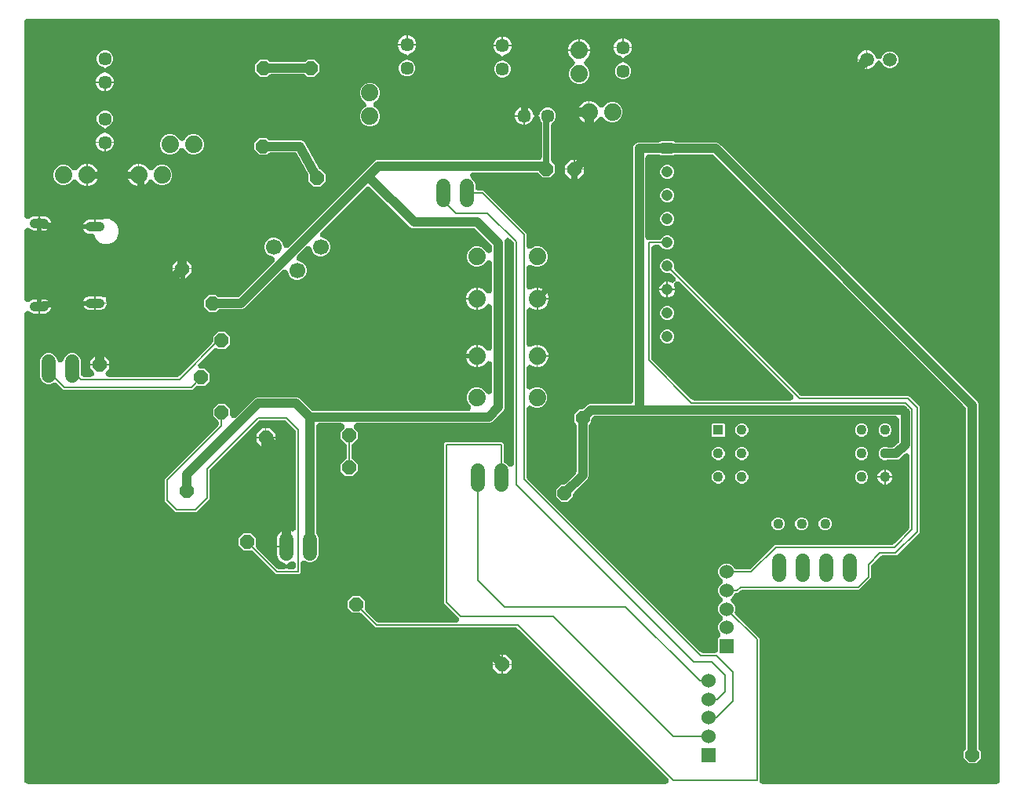
<source format=gbr>
G04 EAGLE Gerber RS-274X export*
G75*
%MOMM*%
%FSLAX34Y34*%
%LPD*%
%INBottom Copper*%
%IPPOS*%
%AMOC8*
5,1,8,0,0,1.08239X$1,22.5*%
G01*
G04 Define Apertures*
%ADD10C,1.700000*%
%ADD11R,1.208000X1.208000*%
%ADD12C,1.208000*%
%ADD13R,1.108000X1.108000*%
%ADD14C,1.108000*%
%ADD15C,1.008000*%
%ADD16C,1.879600*%
%ADD17P,1.64956X8X22.5*%
%ADD18C,1.524000*%
%ADD19R,1.524000X1.524000*%
%ADD20C,1.524000*%
%ADD21C,1.450000*%
%ADD22C,1.508000*%
%ADD23C,1.000000*%
%ADD24C,0.500000*%
%ADD25C,0.750000*%
%ADD26C,0.700000*%
%ADD27C,0.203200*%
G36*
X610157Y483957D02*
X608695Y483660D01*
X-79090Y483660D01*
X-80442Y483912D01*
X-81699Y484716D01*
X-82543Y485947D01*
X-82840Y487410D01*
X-82840Y990666D01*
X-82609Y991962D01*
X-81825Y993232D01*
X-80608Y994095D01*
X-79150Y994415D01*
X-77683Y994142D01*
X-76438Y993318D01*
X-75838Y992717D01*
X-73052Y991563D01*
X-67266Y991563D01*
X-67266Y1006723D01*
X-73052Y1006723D01*
X-75838Y1005569D01*
X-76438Y1004969D01*
X-77518Y1004216D01*
X-78970Y1003873D01*
X-80442Y1004123D01*
X-81699Y1004927D01*
X-82543Y1006158D01*
X-82840Y1007621D01*
X-82840Y1080466D01*
X-82609Y1081762D01*
X-81825Y1083032D01*
X-80608Y1083895D01*
X-79150Y1084215D01*
X-77683Y1083942D01*
X-76438Y1083118D01*
X-75838Y1082517D01*
X-73052Y1081363D01*
X-67266Y1081363D01*
X-67266Y1096523D01*
X-73052Y1096523D01*
X-75838Y1095369D01*
X-76438Y1094769D01*
X-77518Y1094016D01*
X-78970Y1093673D01*
X-80442Y1093923D01*
X-81699Y1094727D01*
X-82543Y1095958D01*
X-82840Y1097421D01*
X-82840Y1306090D01*
X-82588Y1307442D01*
X-81784Y1308699D01*
X-80553Y1309543D01*
X-79090Y1309840D01*
X966090Y1309840D01*
X967442Y1309588D01*
X968699Y1308784D01*
X969543Y1307553D01*
X969840Y1306090D01*
X969840Y487410D01*
X969588Y486058D01*
X968784Y484801D01*
X967553Y483957D01*
X966090Y483660D01*
X713790Y483660D01*
X712438Y483912D01*
X711181Y484716D01*
X710337Y485947D01*
X710040Y487410D01*
X710040Y640505D01*
X709653Y641439D01*
X684822Y666270D01*
X684033Y667431D01*
X683724Y668892D01*
X684010Y670357D01*
X684144Y670681D01*
X684144Y674319D01*
X682752Y677680D01*
X680583Y679848D01*
X679806Y680983D01*
X679485Y682440D01*
X679759Y683907D01*
X680583Y685152D01*
X682752Y687320D01*
X682886Y687645D01*
X683657Y688819D01*
X684888Y689663D01*
X686351Y689960D01*
X686505Y689960D01*
X687439Y690347D01*
X689674Y692582D01*
X690863Y693383D01*
X692325Y693680D01*
X817414Y693680D01*
X818347Y694067D01*
X830013Y705733D01*
X830400Y706666D01*
X830400Y717943D01*
X830674Y719350D01*
X831498Y720595D01*
X840045Y729142D01*
X841234Y729943D01*
X842697Y730240D01*
X857785Y730240D01*
X858719Y730627D01*
X882749Y754657D01*
X883136Y755591D01*
X883136Y890101D01*
X882749Y891035D01*
X872035Y901749D01*
X871101Y902136D01*
X756509Y902136D01*
X755102Y902410D01*
X753858Y903234D01*
X619413Y1037679D01*
X618624Y1038840D01*
X618315Y1040300D01*
X618364Y1040552D01*
X618364Y1044205D01*
X617212Y1046985D01*
X615085Y1049112D01*
X612305Y1050264D01*
X609295Y1050264D01*
X606515Y1049112D01*
X604388Y1046985D01*
X603236Y1044205D01*
X603236Y1041195D01*
X604388Y1038415D01*
X606515Y1036288D01*
X609295Y1035136D01*
X612874Y1035136D01*
X613110Y1035185D01*
X614577Y1034911D01*
X615821Y1034087D01*
X618844Y1031064D01*
X619584Y1030011D01*
X619939Y1028562D01*
X619701Y1027089D01*
X618907Y1025825D01*
X617682Y1024971D01*
X616222Y1024663D01*
X614757Y1024948D01*
X612507Y1025880D01*
X611562Y1025880D01*
X611562Y1018062D01*
X619380Y1018062D01*
X619380Y1019007D01*
X618448Y1021257D01*
X618167Y1022513D01*
X618393Y1023988D01*
X619178Y1025258D01*
X620395Y1026121D01*
X621853Y1026442D01*
X623320Y1026168D01*
X624564Y1025344D01*
X745926Y903982D01*
X746679Y902902D01*
X747023Y901450D01*
X746772Y899978D01*
X745968Y898721D01*
X744737Y897877D01*
X743275Y897580D01*
X639731Y897580D01*
X638324Y897854D01*
X637080Y898678D01*
X594638Y941120D01*
X593837Y942309D01*
X593540Y943771D01*
X593540Y1061810D01*
X593792Y1063162D01*
X594596Y1064419D01*
X595827Y1065263D01*
X597290Y1065560D01*
X601159Y1065560D01*
X602539Y1065297D01*
X603789Y1064483D01*
X603933Y1064270D01*
X606515Y1061688D01*
X609295Y1060536D01*
X612305Y1060536D01*
X615085Y1061688D01*
X617212Y1063815D01*
X618364Y1066595D01*
X618364Y1069605D01*
X617212Y1072385D01*
X615085Y1074512D01*
X612305Y1075664D01*
X609295Y1075664D01*
X606515Y1074512D01*
X603985Y1071982D01*
X603853Y1071781D01*
X602622Y1070937D01*
X601159Y1070640D01*
X590774Y1070640D01*
X589422Y1070892D01*
X588165Y1071696D01*
X587321Y1072927D01*
X587024Y1074390D01*
X587024Y1159426D01*
X587276Y1160778D01*
X588080Y1162035D01*
X589311Y1162879D01*
X590774Y1163176D01*
X601535Y1163176D01*
X602943Y1162902D01*
X604099Y1162136D01*
X617499Y1162136D01*
X618602Y1162879D01*
X620065Y1163176D01*
X658544Y1163176D01*
X659952Y1162902D01*
X661196Y1162078D01*
X932378Y890896D01*
X933179Y889707D01*
X933476Y888244D01*
X933476Y522961D01*
X933202Y521553D01*
X932378Y520309D01*
X930856Y518788D01*
X930856Y511212D01*
X936212Y505856D01*
X943788Y505856D01*
X949144Y511212D01*
X949144Y518788D01*
X947622Y520309D01*
X946821Y521498D01*
X946524Y522961D01*
X946524Y893798D01*
X945531Y896196D01*
X666496Y1175231D01*
X664098Y1176224D01*
X620065Y1176224D01*
X618657Y1176498D01*
X617501Y1177264D01*
X604101Y1177264D01*
X602998Y1176521D01*
X601535Y1176224D01*
X579202Y1176224D01*
X576804Y1175231D01*
X574969Y1173396D01*
X573976Y1170998D01*
X573976Y897774D01*
X573724Y896422D01*
X572920Y895165D01*
X571689Y894321D01*
X570226Y894024D01*
X527202Y894024D01*
X524804Y893031D01*
X520516Y888742D01*
X519327Y887941D01*
X517864Y887644D01*
X515712Y887644D01*
X510356Y882288D01*
X510356Y874712D01*
X511878Y873191D01*
X512679Y872002D01*
X512976Y870539D01*
X512976Y821256D01*
X512702Y819848D01*
X511878Y818604D01*
X501016Y807742D01*
X499827Y806941D01*
X498364Y806644D01*
X496212Y806644D01*
X490856Y801288D01*
X490856Y793712D01*
X496212Y788356D01*
X503788Y788356D01*
X509144Y793712D01*
X509144Y795864D01*
X509418Y797272D01*
X510242Y798516D01*
X525031Y813304D01*
X526024Y815702D01*
X526024Y870539D01*
X526298Y871947D01*
X527122Y873191D01*
X528644Y874712D01*
X528644Y876864D01*
X528918Y878272D01*
X529742Y879516D01*
X530104Y879878D01*
X531293Y880679D01*
X532756Y880976D01*
X857226Y880976D01*
X858578Y880724D01*
X859835Y879920D01*
X860679Y878689D01*
X860976Y877226D01*
X860976Y854256D01*
X860702Y852848D01*
X859878Y851604D01*
X856296Y848022D01*
X855107Y847221D01*
X853644Y846924D01*
X849255Y846924D01*
X847820Y847209D01*
X847205Y847464D01*
X844395Y847464D01*
X841799Y846389D01*
X839811Y844401D01*
X838736Y841805D01*
X838736Y838995D01*
X839811Y836399D01*
X841799Y834411D01*
X844395Y833336D01*
X847205Y833336D01*
X847820Y833591D01*
X849255Y833876D01*
X859198Y833876D01*
X861596Y834869D01*
X866098Y839372D01*
X867178Y840125D01*
X868630Y840468D01*
X870102Y840218D01*
X871359Y839414D01*
X872203Y838183D01*
X872500Y836720D01*
X872500Y761174D01*
X872226Y759767D01*
X871402Y758523D01*
X855853Y742974D01*
X854664Y742173D01*
X853202Y741876D01*
X727742Y741876D01*
X726809Y741489D01*
X701458Y716138D01*
X700269Y715337D01*
X698806Y715040D01*
X686351Y715040D01*
X684971Y715303D01*
X683721Y716117D01*
X682886Y717355D01*
X682752Y717680D01*
X680180Y720252D01*
X676819Y721644D01*
X673181Y721644D01*
X669820Y720252D01*
X667248Y717680D01*
X665856Y714319D01*
X665856Y710681D01*
X667248Y707320D01*
X669417Y705152D01*
X670194Y704018D01*
X670515Y702560D01*
X670241Y701093D01*
X669417Y699848D01*
X667248Y697680D01*
X665856Y694319D01*
X665856Y690681D01*
X667248Y687320D01*
X669417Y685152D01*
X670194Y684018D01*
X670515Y682560D01*
X670241Y681093D01*
X669417Y679848D01*
X667248Y677680D01*
X665856Y674319D01*
X665856Y670681D01*
X667248Y667320D01*
X669417Y665152D01*
X670194Y664018D01*
X670515Y662560D01*
X670241Y661093D01*
X669417Y659848D01*
X667248Y657680D01*
X665856Y654319D01*
X665856Y650681D01*
X667278Y647247D01*
X667963Y646249D01*
X668283Y644792D01*
X668009Y643324D01*
X667185Y642080D01*
X665856Y640751D01*
X665856Y628790D01*
X665604Y627438D01*
X664800Y626181D01*
X663569Y625337D01*
X662106Y625040D01*
X649105Y625040D01*
X647698Y625314D01*
X646454Y626138D01*
X459638Y812954D01*
X458837Y814143D01*
X458540Y815605D01*
X458540Y888177D01*
X458781Y889501D01*
X459576Y890765D01*
X460800Y891619D01*
X462260Y891927D01*
X463725Y891642D01*
X468240Y889772D01*
X472584Y889772D01*
X476599Y891435D01*
X479671Y894507D01*
X481334Y898522D01*
X481334Y902866D01*
X479671Y906881D01*
X476599Y909953D01*
X472584Y911616D01*
X468240Y911616D01*
X463725Y909746D01*
X462410Y909463D01*
X460938Y909713D01*
X459681Y910517D01*
X458837Y911748D01*
X458540Y913211D01*
X458540Y932290D01*
X458781Y933614D01*
X459576Y934877D01*
X460800Y935731D01*
X462260Y936040D01*
X463725Y935754D01*
X468037Y933968D01*
X469650Y933968D01*
X469650Y957844D01*
X468037Y957844D01*
X463725Y956058D01*
X462410Y955774D01*
X460938Y956024D01*
X459681Y956829D01*
X458837Y958060D01*
X458540Y959522D01*
X458540Y994119D01*
X458781Y995443D01*
X459576Y996707D01*
X460800Y997560D01*
X462260Y997869D01*
X463725Y997584D01*
X468137Y995756D01*
X469750Y995756D01*
X469750Y1019632D01*
X468137Y1019632D01*
X463725Y1017804D01*
X462410Y1017521D01*
X460938Y1017771D01*
X459681Y1018575D01*
X458837Y1019806D01*
X458540Y1021269D01*
X458540Y1040431D01*
X458781Y1041755D01*
X459576Y1043018D01*
X460800Y1043872D01*
X462260Y1044181D01*
X463725Y1043895D01*
X468340Y1041984D01*
X472684Y1041984D01*
X476699Y1043647D01*
X479771Y1046719D01*
X481434Y1050734D01*
X481434Y1055078D01*
X479771Y1059093D01*
X476699Y1062165D01*
X472684Y1063828D01*
X468340Y1063828D01*
X463725Y1061917D01*
X462410Y1061633D01*
X460938Y1061883D01*
X459681Y1062688D01*
X458837Y1063919D01*
X458540Y1065381D01*
X458540Y1077505D01*
X458153Y1078439D01*
X412939Y1123653D01*
X412005Y1124040D01*
X407594Y1124040D01*
X406242Y1124292D01*
X404985Y1125096D01*
X404141Y1126327D01*
X403844Y1127790D01*
X403844Y1130939D01*
X402452Y1134300D01*
X399542Y1137209D01*
X399354Y1137329D01*
X398471Y1138532D01*
X398128Y1139984D01*
X398378Y1141456D01*
X399182Y1142713D01*
X400413Y1143557D01*
X401876Y1143854D01*
X469661Y1143854D01*
X471069Y1143580D01*
X472313Y1142756D01*
X476712Y1138356D01*
X484288Y1138356D01*
X489644Y1143712D01*
X489644Y1151288D01*
X486622Y1154309D01*
X485821Y1155498D01*
X485524Y1156961D01*
X485524Y1194862D01*
X485798Y1196270D01*
X486622Y1197514D01*
X489138Y1200030D01*
X490474Y1203255D01*
X490474Y1206745D01*
X489138Y1209970D01*
X486670Y1212438D01*
X483445Y1213774D01*
X479955Y1213774D01*
X476730Y1212438D01*
X474262Y1209970D01*
X473014Y1206959D01*
X472305Y1205850D01*
X471101Y1204981D01*
X472180Y1204279D01*
X473014Y1203041D01*
X474262Y1200030D01*
X474378Y1199914D01*
X475179Y1198725D01*
X475476Y1197262D01*
X475476Y1160652D01*
X475224Y1159300D01*
X474420Y1158043D01*
X473189Y1157199D01*
X471726Y1156902D01*
X297327Y1156902D01*
X294929Y1155909D01*
X281870Y1142850D01*
X281785Y1142723D01*
X202526Y1063464D01*
X201446Y1062711D01*
X199994Y1062367D01*
X198522Y1062617D01*
X197265Y1063422D01*
X196421Y1064653D01*
X196410Y1064705D01*
X196409Y1064705D01*
X194598Y1069078D01*
X191778Y1071898D01*
X188094Y1073424D01*
X184106Y1073424D01*
X180422Y1071898D01*
X177602Y1069078D01*
X176076Y1065394D01*
X176076Y1061406D01*
X177602Y1057722D01*
X180422Y1054902D01*
X184651Y1053150D01*
X184681Y1053145D01*
X184715Y1053124D01*
X184795Y1053091D01*
X184790Y1053078D01*
X185951Y1052361D01*
X186814Y1051144D01*
X187134Y1049686D01*
X186861Y1048219D01*
X186036Y1046974D01*
X149184Y1010122D01*
X147995Y1009321D01*
X146533Y1009024D01*
X127961Y1009024D01*
X126553Y1009298D01*
X125309Y1010122D01*
X123788Y1011644D01*
X116212Y1011644D01*
X110856Y1006288D01*
X110856Y998712D01*
X116212Y993356D01*
X123788Y993356D01*
X125309Y994878D01*
X126498Y995679D01*
X127961Y995976D01*
X152086Y995976D01*
X154484Y996969D01*
X195178Y1037663D01*
X196284Y1038428D01*
X197740Y1038760D01*
X199209Y1038498D01*
X200460Y1037684D01*
X201294Y1036446D01*
X203002Y1032322D01*
X205822Y1029502D01*
X209506Y1027976D01*
X213494Y1027976D01*
X217178Y1029502D01*
X219998Y1032322D01*
X221524Y1036006D01*
X221524Y1039994D01*
X219998Y1043678D01*
X217178Y1046498D01*
X213054Y1048206D01*
X211923Y1048936D01*
X211060Y1050153D01*
X210739Y1051611D01*
X211013Y1053078D01*
X211837Y1054323D01*
X220578Y1063063D01*
X221684Y1063828D01*
X223140Y1064160D01*
X224609Y1063898D01*
X225860Y1063084D01*
X226694Y1061846D01*
X228402Y1057722D01*
X231222Y1054902D01*
X234906Y1053376D01*
X238894Y1053376D01*
X242578Y1054902D01*
X245398Y1057722D01*
X246924Y1061406D01*
X246924Y1065394D01*
X245398Y1069078D01*
X242578Y1071898D01*
X238454Y1073606D01*
X237323Y1074336D01*
X236460Y1075553D01*
X236139Y1077011D01*
X236413Y1078478D01*
X237237Y1079723D01*
X285243Y1127728D01*
X286377Y1128505D01*
X287834Y1128826D01*
X289302Y1128552D01*
X290546Y1127728D01*
X333804Y1084469D01*
X336202Y1083476D01*
X401656Y1083476D01*
X403063Y1083202D01*
X404307Y1082378D01*
X420878Y1065807D01*
X421679Y1064618D01*
X421976Y1063156D01*
X421976Y1060494D01*
X421755Y1059226D01*
X420981Y1057950D01*
X419771Y1057077D01*
X418316Y1056745D01*
X416846Y1057007D01*
X415596Y1057821D01*
X414761Y1059058D01*
X414747Y1059093D01*
X411675Y1062165D01*
X407660Y1063828D01*
X403316Y1063828D01*
X399301Y1062165D01*
X396229Y1059093D01*
X394566Y1055078D01*
X394566Y1050734D01*
X396229Y1046719D01*
X399301Y1043647D01*
X403316Y1041984D01*
X407660Y1041984D01*
X411675Y1043647D01*
X414747Y1046719D01*
X414761Y1046754D01*
X415451Y1047840D01*
X416654Y1048723D01*
X418106Y1049067D01*
X419578Y1048816D01*
X420835Y1048012D01*
X421679Y1046781D01*
X421976Y1045318D01*
X421976Y1017142D01*
X421745Y1015846D01*
X420961Y1014576D01*
X419744Y1013713D01*
X418286Y1013393D01*
X416819Y1013666D01*
X415574Y1014491D01*
X412250Y1017815D01*
X407863Y1019632D01*
X406250Y1019632D01*
X406250Y995756D01*
X407863Y995756D01*
X412250Y997573D01*
X415574Y1000897D01*
X416654Y1001650D01*
X418106Y1001994D01*
X419578Y1001744D01*
X420835Y1000939D01*
X421679Y999708D01*
X421976Y998246D01*
X421976Y955254D01*
X421745Y953958D01*
X420961Y952688D01*
X419744Y951825D01*
X418286Y951505D01*
X416819Y951778D01*
X415574Y952603D01*
X412150Y956027D01*
X407763Y957844D01*
X406150Y957844D01*
X406150Y933968D01*
X407763Y933968D01*
X412150Y935785D01*
X415574Y939209D01*
X416654Y939962D01*
X418106Y940306D01*
X419578Y940056D01*
X420835Y939251D01*
X421679Y938020D01*
X421976Y936558D01*
X421976Y908040D01*
X421755Y906772D01*
X420981Y905496D01*
X419771Y904623D01*
X418316Y904291D01*
X416846Y904553D01*
X415596Y905367D01*
X414761Y906605D01*
X414647Y906881D01*
X411575Y909953D01*
X407560Y911616D01*
X403216Y911616D01*
X399201Y909953D01*
X396129Y906881D01*
X394466Y902866D01*
X394466Y898522D01*
X396129Y894507D01*
X397910Y892726D01*
X398663Y891646D01*
X399007Y890194D01*
X398757Y888722D01*
X397952Y887465D01*
X396721Y886621D01*
X395259Y886324D01*
X229456Y886324D01*
X228048Y886598D01*
X226804Y887422D01*
X214138Y900088D01*
X211740Y901081D01*
X168260Y901081D01*
X165862Y900088D01*
X145546Y879772D01*
X144466Y879019D01*
X143014Y878676D01*
X141542Y878926D01*
X140285Y879730D01*
X139441Y880961D01*
X139144Y882424D01*
X139144Y888788D01*
X133788Y894144D01*
X126212Y894144D01*
X120856Y888788D01*
X120856Y881212D01*
X126337Y875732D01*
X127114Y874598D01*
X127434Y873140D01*
X127161Y871673D01*
X126337Y870429D01*
X69347Y813439D01*
X68960Y812505D01*
X68960Y788995D01*
X69347Y788061D01*
X79561Y777847D01*
X80495Y777460D01*
X102514Y777460D01*
X103448Y777847D01*
X116247Y790646D01*
X116634Y791580D01*
X116634Y820825D01*
X116908Y822233D01*
X117732Y823477D01*
X169634Y875379D01*
X170823Y876180D01*
X172286Y876477D01*
X196877Y876477D01*
X198285Y876203D01*
X199529Y875379D01*
X208862Y866046D01*
X209663Y864857D01*
X209960Y863395D01*
X209960Y760021D01*
X209719Y758697D01*
X208924Y757433D01*
X207700Y756580D01*
X206240Y756271D01*
X204775Y756556D01*
X201821Y757780D01*
X200562Y757780D01*
X200562Y739238D01*
X189640Y739238D01*
X189640Y730359D01*
X191187Y726625D01*
X194045Y723767D01*
X197696Y722255D01*
X198782Y721565D01*
X199665Y720362D01*
X199792Y719828D01*
X199852Y720170D01*
X200667Y721420D01*
X201904Y722255D01*
X204775Y723444D01*
X206090Y723727D01*
X207562Y723477D01*
X208819Y722673D01*
X209663Y721442D01*
X209960Y719979D01*
X209960Y718790D01*
X209708Y717438D01*
X208904Y716181D01*
X207673Y715337D01*
X206210Y715040D01*
X203339Y715040D01*
X202072Y715261D01*
X200796Y716035D01*
X199922Y717245D01*
X199810Y717739D01*
X199758Y717438D01*
X198954Y716181D01*
X197723Y715337D01*
X196261Y715040D01*
X192605Y715040D01*
X191198Y715314D01*
X189954Y716138D01*
X167742Y738350D01*
X166941Y739539D01*
X166644Y741001D01*
X166644Y748788D01*
X161288Y754144D01*
X153712Y754144D01*
X148356Y748788D01*
X148356Y741212D01*
X153712Y735856D01*
X161499Y735856D01*
X162906Y735582D01*
X164150Y734758D01*
X188561Y710347D01*
X189495Y709960D01*
X213005Y709960D01*
X213939Y710347D01*
X214653Y711061D01*
X215040Y711995D01*
X215040Y721079D01*
X215281Y722403D01*
X216076Y723666D01*
X217300Y724520D01*
X218760Y724829D01*
X220225Y724543D01*
X223381Y723236D01*
X227019Y723236D01*
X230380Y724628D01*
X232952Y727200D01*
X234344Y730561D01*
X234344Y749439D01*
X232952Y752800D01*
X232822Y752929D01*
X232021Y754118D01*
X231724Y755581D01*
X231724Y869526D01*
X231976Y870878D01*
X232780Y872135D01*
X234011Y872979D01*
X235474Y873276D01*
X258791Y873276D01*
X260087Y873045D01*
X261357Y872261D01*
X262220Y871044D01*
X262541Y869586D01*
X262267Y868119D01*
X261443Y866874D01*
X258356Y863788D01*
X258356Y856212D01*
X263862Y850707D01*
X264663Y849518D01*
X264960Y848055D01*
X264960Y836945D01*
X264686Y835537D01*
X263862Y834293D01*
X258356Y828788D01*
X258356Y821212D01*
X263712Y815856D01*
X271288Y815856D01*
X276644Y821212D01*
X276644Y828788D01*
X271138Y834293D01*
X270337Y835482D01*
X270040Y836945D01*
X270040Y848055D01*
X270314Y849463D01*
X271138Y850707D01*
X276644Y856212D01*
X276644Y863788D01*
X273557Y866874D01*
X272804Y867954D01*
X272461Y869406D01*
X272711Y870878D01*
X273515Y872135D01*
X274746Y872979D01*
X276209Y873276D01*
X419309Y873276D01*
X421707Y874269D01*
X434031Y886593D01*
X435024Y888991D01*
X435024Y1069302D01*
X435255Y1070597D01*
X436039Y1071867D01*
X437257Y1072731D01*
X438714Y1073051D01*
X440181Y1072777D01*
X441426Y1071953D01*
X444222Y1069157D01*
X445023Y1067968D01*
X445320Y1066506D01*
X445320Y829985D01*
X445089Y828689D01*
X444305Y827419D01*
X443088Y826556D01*
X441630Y826235D01*
X440163Y826509D01*
X438918Y827333D01*
X436880Y829372D01*
X436355Y829589D01*
X435181Y830360D01*
X434337Y831591D01*
X434040Y833054D01*
X434040Y850505D01*
X433653Y851439D01*
X432939Y852153D01*
X432005Y852540D01*
X371995Y852540D01*
X371061Y852153D01*
X370347Y851439D01*
X369960Y850505D01*
X369960Y679495D01*
X370347Y678561D01*
X384966Y663942D01*
X385719Y662862D01*
X386063Y661410D01*
X385812Y659938D01*
X385008Y658681D01*
X383777Y657837D01*
X382315Y657540D01*
X300105Y657540D01*
X298698Y657814D01*
X297454Y658638D01*
X285242Y670850D01*
X284441Y672039D01*
X284144Y673501D01*
X284144Y681288D01*
X278788Y686644D01*
X271212Y686644D01*
X265856Y681288D01*
X265856Y673712D01*
X271212Y668356D01*
X278999Y668356D01*
X280406Y668082D01*
X281650Y667258D01*
X296061Y652847D01*
X296995Y652460D01*
X447395Y652460D01*
X448802Y652186D01*
X450046Y651362D01*
X611346Y490062D01*
X612099Y488982D01*
X612443Y487530D01*
X612192Y486058D01*
X611388Y484801D01*
X610157Y483957D01*
G37*
%LPC*%
G36*
X320210Y1282462D02*
X329238Y1282462D01*
X329238Y1291490D01*
X328053Y1291490D01*
X324454Y1290000D01*
X321700Y1287246D01*
X320210Y1283647D01*
X320210Y1282462D01*
G37*
G36*
X330762Y1282462D02*
X339790Y1282462D01*
X339790Y1283647D01*
X338300Y1287246D01*
X335546Y1290000D01*
X331947Y1291490D01*
X330762Y1291490D01*
X330762Y1282462D01*
G37*
G36*
X423210Y1281462D02*
X432238Y1281462D01*
X432238Y1290490D01*
X431053Y1290490D01*
X427454Y1289000D01*
X424700Y1286246D01*
X423210Y1282647D01*
X423210Y1281462D01*
G37*
G36*
X433762Y1281462D02*
X442790Y1281462D01*
X442790Y1282647D01*
X441300Y1286246D01*
X438546Y1289000D01*
X434947Y1290490D01*
X433762Y1290490D01*
X433762Y1281462D01*
G37*
G36*
X553210Y1279462D02*
X562238Y1279462D01*
X562238Y1288490D01*
X561053Y1288490D01*
X557454Y1287000D01*
X554700Y1284246D01*
X553210Y1280647D01*
X553210Y1279462D01*
G37*
G36*
X563762Y1279462D02*
X572790Y1279462D01*
X572790Y1280647D01*
X571300Y1284246D01*
X568546Y1287000D01*
X564947Y1288490D01*
X563762Y1288490D01*
X563762Y1279462D01*
G37*
G36*
X504062Y1276462D02*
X515238Y1276462D01*
X515238Y1287638D01*
X513625Y1287638D01*
X509238Y1285821D01*
X505879Y1282462D01*
X504062Y1278075D01*
X504062Y1276462D01*
G37*
G36*
X516762Y1276462D02*
X527938Y1276462D01*
X527938Y1278075D01*
X526121Y1282462D01*
X522762Y1285821D01*
X518375Y1287638D01*
X516762Y1287638D01*
X516762Y1276462D01*
G37*
G36*
X329150Y1271205D02*
X330019Y1270002D01*
X330721Y1271081D01*
X331959Y1271915D01*
X335546Y1273400D01*
X338300Y1276154D01*
X339790Y1279753D01*
X339790Y1280938D01*
X320210Y1280938D01*
X320210Y1279753D01*
X321700Y1276154D01*
X324454Y1273400D01*
X328041Y1271915D01*
X329150Y1271205D01*
G37*
G36*
X432150Y1270205D02*
X433019Y1269002D01*
X433721Y1270081D01*
X434959Y1270915D01*
X438546Y1272400D01*
X441300Y1275154D01*
X442790Y1278753D01*
X442790Y1279938D01*
X423210Y1279938D01*
X423210Y1278753D01*
X424700Y1275154D01*
X427454Y1272400D01*
X431041Y1270915D01*
X432150Y1270205D01*
G37*
G36*
X562150Y1268205D02*
X563019Y1267002D01*
X563721Y1268081D01*
X564959Y1268915D01*
X568546Y1270400D01*
X571300Y1273154D01*
X572790Y1276753D01*
X572790Y1277938D01*
X553210Y1277938D01*
X553210Y1276753D01*
X554700Y1273154D01*
X557454Y1270400D01*
X561041Y1268915D01*
X562150Y1268205D01*
G37*
G36*
X3150Y1257305D02*
X4019Y1256101D01*
X4721Y1257180D01*
X5959Y1258014D01*
X8970Y1259262D01*
X11438Y1261730D01*
X12774Y1264955D01*
X12774Y1268445D01*
X11438Y1271670D01*
X8970Y1274138D01*
X5745Y1275474D01*
X2255Y1275474D01*
X-970Y1274138D01*
X-3438Y1271670D01*
X-4774Y1268445D01*
X-4774Y1264955D01*
X-3438Y1261730D01*
X-970Y1259262D01*
X2041Y1258014D01*
X3150Y1257305D01*
G37*
G36*
X815920Y1266062D02*
X825238Y1266062D01*
X825238Y1275380D01*
X823995Y1275380D01*
X820290Y1273845D01*
X817455Y1271010D01*
X815920Y1267305D01*
X815920Y1266062D01*
G37*
G36*
X826762Y1255220D02*
X828005Y1255220D01*
X831710Y1256755D01*
X834545Y1259590D01*
X835585Y1262101D01*
X836295Y1263209D01*
X837505Y1264083D01*
X838960Y1264415D01*
X840430Y1264153D01*
X841680Y1263338D01*
X842514Y1262101D01*
X843316Y1260166D01*
X845866Y1257616D01*
X849197Y1256236D01*
X852803Y1256236D01*
X856134Y1257616D01*
X858684Y1260166D01*
X860064Y1263497D01*
X860064Y1267103D01*
X858684Y1270434D01*
X856134Y1272984D01*
X852803Y1274364D01*
X849197Y1274364D01*
X845866Y1272984D01*
X843316Y1270434D01*
X842514Y1268499D01*
X841805Y1267391D01*
X840595Y1266517D01*
X839140Y1266185D01*
X837670Y1266447D01*
X836419Y1267262D01*
X835585Y1268499D01*
X834545Y1271010D01*
X831710Y1273845D01*
X828005Y1275380D01*
X826762Y1275380D01*
X826762Y1255220D01*
G37*
G36*
X513828Y1239378D02*
X518172Y1239378D01*
X522187Y1241041D01*
X525259Y1244113D01*
X526922Y1248128D01*
X526922Y1252472D01*
X525259Y1256487D01*
X522067Y1259679D01*
X521301Y1260786D01*
X520970Y1262241D01*
X521232Y1263711D01*
X522046Y1264961D01*
X522347Y1265164D01*
X526121Y1268938D01*
X527938Y1273325D01*
X527938Y1274938D01*
X504062Y1274938D01*
X504062Y1273325D01*
X505879Y1268938D01*
X509577Y1265240D01*
X509847Y1265066D01*
X510711Y1263848D01*
X511031Y1262391D01*
X510757Y1260923D01*
X509933Y1259679D01*
X506741Y1256487D01*
X505078Y1252472D01*
X505078Y1248128D01*
X506741Y1244113D01*
X509813Y1241041D01*
X513828Y1239378D01*
G37*
G36*
X328255Y1247526D02*
X331745Y1247526D01*
X334970Y1248862D01*
X337438Y1251330D01*
X338774Y1254555D01*
X338774Y1258045D01*
X337438Y1261270D01*
X334970Y1263738D01*
X331959Y1264986D01*
X330850Y1265695D01*
X329981Y1266899D01*
X329279Y1265820D01*
X328041Y1264986D01*
X325030Y1263738D01*
X322562Y1261270D01*
X321226Y1258045D01*
X321226Y1254555D01*
X322562Y1251330D01*
X325030Y1248862D01*
X328255Y1247526D01*
G37*
G36*
X431255Y1246526D02*
X434745Y1246526D01*
X437970Y1247862D01*
X440438Y1250330D01*
X441774Y1253555D01*
X441774Y1257045D01*
X440438Y1260270D01*
X437970Y1262738D01*
X434959Y1263986D01*
X433850Y1264695D01*
X432981Y1265899D01*
X432279Y1264820D01*
X431041Y1263986D01*
X428030Y1262738D01*
X425562Y1260270D01*
X424226Y1257045D01*
X424226Y1253555D01*
X425562Y1250330D01*
X428030Y1247862D01*
X431255Y1246526D01*
G37*
G36*
X171712Y1247356D02*
X179288Y1247356D01*
X180809Y1248878D01*
X181998Y1249679D01*
X183461Y1249976D01*
X218539Y1249976D01*
X219947Y1249702D01*
X221191Y1248878D01*
X222712Y1247356D01*
X230288Y1247356D01*
X235644Y1252712D01*
X235644Y1260288D01*
X230288Y1265644D01*
X222712Y1265644D01*
X221191Y1264122D01*
X220002Y1263321D01*
X218539Y1263024D01*
X183461Y1263024D01*
X182053Y1263298D01*
X180809Y1264122D01*
X179288Y1265644D01*
X171712Y1265644D01*
X166356Y1260288D01*
X166356Y1252712D01*
X171712Y1247356D01*
G37*
G36*
X823995Y1255220D02*
X825238Y1255220D01*
X825238Y1264538D01*
X815920Y1264538D01*
X815920Y1263295D01*
X817455Y1259590D01*
X820290Y1256755D01*
X823995Y1255220D01*
G37*
G36*
X561255Y1244526D02*
X564745Y1244526D01*
X567970Y1245862D01*
X570438Y1248330D01*
X571774Y1251555D01*
X571774Y1255045D01*
X570438Y1258270D01*
X567970Y1260738D01*
X564959Y1261986D01*
X563850Y1262695D01*
X562981Y1263899D01*
X562279Y1262820D01*
X561041Y1261986D01*
X558030Y1260738D01*
X555562Y1258270D01*
X554226Y1255045D01*
X554226Y1251555D01*
X555562Y1248330D01*
X558030Y1245862D01*
X561255Y1244526D01*
G37*
G36*
X-5790Y1242062D02*
X13790Y1242062D01*
X13790Y1243247D01*
X12300Y1246846D01*
X9546Y1249600D01*
X5959Y1251085D01*
X4850Y1251795D01*
X3981Y1252999D01*
X3279Y1251919D01*
X2041Y1251085D01*
X-1546Y1249600D01*
X-4300Y1246846D01*
X-5790Y1243247D01*
X-5790Y1242062D01*
G37*
G36*
X287828Y1193378D02*
X292172Y1193378D01*
X296187Y1195041D01*
X299259Y1198113D01*
X300922Y1202128D01*
X300922Y1206472D01*
X299259Y1210487D01*
X296151Y1213595D01*
X295135Y1214245D01*
X294262Y1215455D01*
X293930Y1216910D01*
X294192Y1218380D01*
X295007Y1219630D01*
X296141Y1220395D01*
X299259Y1223513D01*
X300922Y1227528D01*
X300922Y1231872D01*
X299259Y1235887D01*
X296187Y1238959D01*
X292172Y1240622D01*
X287828Y1240622D01*
X283813Y1238959D01*
X280741Y1235887D01*
X279078Y1231872D01*
X279078Y1227528D01*
X280741Y1223513D01*
X283849Y1220405D01*
X284865Y1219755D01*
X285738Y1218545D01*
X286070Y1217090D01*
X285808Y1215620D01*
X284993Y1214370D01*
X283859Y1213605D01*
X280741Y1210487D01*
X279078Y1206472D01*
X279078Y1202128D01*
X280741Y1198113D01*
X283813Y1195041D01*
X287828Y1193378D01*
G37*
G36*
X4762Y1231510D02*
X5947Y1231510D01*
X9546Y1233000D01*
X12300Y1235754D01*
X13790Y1239353D01*
X13790Y1240538D01*
X4762Y1240538D01*
X4762Y1231510D01*
G37*
G36*
X2053Y1231510D02*
X3238Y1231510D01*
X3238Y1240538D01*
X-5790Y1240538D01*
X-5790Y1239353D01*
X-4300Y1235754D01*
X-1546Y1233000D01*
X2053Y1231510D01*
G37*
G36*
X527062Y1197062D02*
X528675Y1197062D01*
X533062Y1198879D01*
X536760Y1202577D01*
X536934Y1202847D01*
X538152Y1203711D01*
X539609Y1204031D01*
X541077Y1203757D01*
X542321Y1202933D01*
X545513Y1199741D01*
X549528Y1198078D01*
X553872Y1198078D01*
X557887Y1199741D01*
X560959Y1202813D01*
X562622Y1206828D01*
X562622Y1211172D01*
X560959Y1215187D01*
X557887Y1218259D01*
X553872Y1219922D01*
X549528Y1219922D01*
X545513Y1218259D01*
X542321Y1215067D01*
X541214Y1214301D01*
X539759Y1213970D01*
X538289Y1214232D01*
X537039Y1215046D01*
X536836Y1215347D01*
X533062Y1219121D01*
X528675Y1220938D01*
X527062Y1220938D01*
X527062Y1197062D01*
G37*
G36*
X514362Y1209762D02*
X525538Y1209762D01*
X525538Y1220938D01*
X523925Y1220938D01*
X519538Y1219121D01*
X516179Y1215762D01*
X514362Y1211375D01*
X514362Y1209762D01*
G37*
G36*
X457062Y1195210D02*
X458247Y1195210D01*
X461846Y1196700D01*
X464600Y1199454D01*
X466085Y1203041D01*
X466795Y1204150D01*
X467999Y1205019D01*
X466919Y1205721D01*
X466085Y1206959D01*
X464600Y1210546D01*
X461846Y1213300D01*
X458247Y1214790D01*
X457062Y1214790D01*
X457062Y1195210D01*
G37*
G36*
X446510Y1205762D02*
X455538Y1205762D01*
X455538Y1214790D01*
X454353Y1214790D01*
X450754Y1213300D01*
X448000Y1210546D01*
X446510Y1206947D01*
X446510Y1205762D01*
G37*
G36*
X3150Y1192305D02*
X4019Y1191101D01*
X4721Y1192180D01*
X5959Y1193014D01*
X8970Y1194262D01*
X11438Y1196730D01*
X12774Y1199955D01*
X12774Y1203445D01*
X11438Y1206670D01*
X8970Y1209138D01*
X5745Y1210474D01*
X2255Y1210474D01*
X-970Y1209138D01*
X-3438Y1206670D01*
X-4774Y1203445D01*
X-4774Y1199955D01*
X-3438Y1196730D01*
X-970Y1194262D01*
X2041Y1193014D01*
X3150Y1192305D01*
G37*
G36*
X523925Y1197062D02*
X525538Y1197062D01*
X525538Y1208238D01*
X514362Y1208238D01*
X514362Y1206625D01*
X516179Y1202238D01*
X519538Y1198879D01*
X523925Y1197062D01*
G37*
G36*
X454353Y1195210D02*
X455538Y1195210D01*
X455538Y1204238D01*
X446510Y1204238D01*
X446510Y1203053D01*
X448000Y1199454D01*
X450754Y1196700D01*
X454353Y1195210D01*
G37*
G36*
X-5790Y1177062D02*
X13790Y1177062D01*
X13790Y1178247D01*
X12300Y1181846D01*
X9546Y1184600D01*
X5959Y1186085D01*
X4850Y1186795D01*
X3981Y1187999D01*
X3279Y1186919D01*
X2041Y1186085D01*
X-1546Y1184600D01*
X-4300Y1181846D01*
X-5790Y1178247D01*
X-5790Y1177062D01*
G37*
G36*
X72128Y1163078D02*
X76472Y1163078D01*
X80487Y1164741D01*
X83595Y1167849D01*
X84245Y1168865D01*
X85455Y1169738D01*
X86910Y1170070D01*
X88380Y1169808D01*
X89630Y1168993D01*
X90395Y1167859D01*
X93513Y1164741D01*
X97528Y1163078D01*
X101872Y1163078D01*
X105887Y1164741D01*
X108959Y1167813D01*
X110622Y1171828D01*
X110622Y1176172D01*
X108959Y1180187D01*
X105887Y1183259D01*
X101872Y1184922D01*
X97528Y1184922D01*
X93513Y1183259D01*
X90405Y1180151D01*
X89755Y1179135D01*
X88545Y1178262D01*
X87090Y1177930D01*
X85620Y1178192D01*
X84370Y1179007D01*
X83605Y1180141D01*
X80487Y1183259D01*
X76472Y1184922D01*
X72128Y1184922D01*
X68113Y1183259D01*
X65041Y1180187D01*
X63378Y1176172D01*
X63378Y1171828D01*
X65041Y1167813D01*
X68113Y1164741D01*
X72128Y1163078D01*
G37*
G36*
X229212Y1128856D02*
X236788Y1128856D01*
X242144Y1134212D01*
X242144Y1141788D01*
X236606Y1147325D01*
X235361Y1147963D01*
X234403Y1149108D01*
X220574Y1174638D01*
X220407Y1174989D01*
X220070Y1175802D01*
X219791Y1176176D01*
X219108Y1176730D01*
X218819Y1176990D01*
X218197Y1177613D01*
X217797Y1177851D01*
X216954Y1178102D01*
X216587Y1178231D01*
X215774Y1178568D01*
X215314Y1178635D01*
X214438Y1178544D01*
X214050Y1178524D01*
X182461Y1178524D01*
X181053Y1178798D01*
X179809Y1179622D01*
X178288Y1181144D01*
X170712Y1181144D01*
X165356Y1175788D01*
X165356Y1168212D01*
X170712Y1162856D01*
X178288Y1162856D01*
X179809Y1164378D01*
X180998Y1165179D01*
X182461Y1165476D01*
X208464Y1165476D01*
X209475Y1165337D01*
X210804Y1164657D01*
X211761Y1163512D01*
X223403Y1142019D01*
X223856Y1140233D01*
X223856Y1134212D01*
X229212Y1128856D01*
G37*
G36*
X4762Y1166510D02*
X5947Y1166510D01*
X9546Y1168000D01*
X12300Y1170754D01*
X13790Y1174353D01*
X13790Y1175538D01*
X4762Y1175538D01*
X4762Y1166510D01*
G37*
G36*
X2053Y1166510D02*
X3238Y1166510D01*
X3238Y1175538D01*
X-5790Y1175538D01*
X-5790Y1174353D01*
X-4300Y1170754D01*
X-1546Y1168000D01*
X2053Y1166510D01*
G37*
G36*
X511262Y1148262D02*
X520660Y1148262D01*
X520660Y1151708D01*
X514708Y1157660D01*
X511262Y1157660D01*
X511262Y1148262D01*
G37*
G36*
X500340Y1148262D02*
X509738Y1148262D01*
X509738Y1157660D01*
X506292Y1157660D01*
X500340Y1151708D01*
X500340Y1148262D01*
G37*
G36*
X-14538Y1141762D02*
X-3362Y1141762D01*
X-3362Y1143375D01*
X-5179Y1147762D01*
X-8538Y1151121D01*
X-12925Y1152938D01*
X-14538Y1152938D01*
X-14538Y1141762D01*
G37*
G36*
X41062Y1129062D02*
X42675Y1129062D01*
X47062Y1130879D01*
X50760Y1134577D01*
X50934Y1134847D01*
X52152Y1135711D01*
X53609Y1136031D01*
X55077Y1135757D01*
X56321Y1134933D01*
X59513Y1131741D01*
X63528Y1130078D01*
X67872Y1130078D01*
X71887Y1131741D01*
X74959Y1134813D01*
X76622Y1138828D01*
X76622Y1143172D01*
X74959Y1147187D01*
X71887Y1150259D01*
X67872Y1151922D01*
X63528Y1151922D01*
X59513Y1150259D01*
X56321Y1147067D01*
X55214Y1146301D01*
X53759Y1145970D01*
X52289Y1146232D01*
X51039Y1147046D01*
X50836Y1147347D01*
X47062Y1151121D01*
X42675Y1152938D01*
X41062Y1152938D01*
X41062Y1129062D01*
G37*
G36*
X28362Y1141762D02*
X39538Y1141762D01*
X39538Y1152938D01*
X37925Y1152938D01*
X33538Y1151121D01*
X30179Y1147762D01*
X28362Y1143375D01*
X28362Y1141762D01*
G37*
G36*
X-17675Y1129062D02*
X-16062Y1129062D01*
X-16062Y1152938D01*
X-17675Y1152938D01*
X-22062Y1151121D01*
X-25760Y1147423D01*
X-25934Y1147153D01*
X-27152Y1146289D01*
X-28609Y1145969D01*
X-30077Y1146243D01*
X-31321Y1147067D01*
X-34513Y1150259D01*
X-38528Y1151922D01*
X-42872Y1151922D01*
X-46887Y1150259D01*
X-49959Y1147187D01*
X-51622Y1143172D01*
X-51622Y1138828D01*
X-49959Y1134813D01*
X-46887Y1131741D01*
X-42872Y1130078D01*
X-38528Y1130078D01*
X-34513Y1131741D01*
X-31321Y1134933D01*
X-30214Y1135699D01*
X-28759Y1136030D01*
X-27289Y1135768D01*
X-26039Y1134954D01*
X-25836Y1134653D01*
X-22062Y1130879D01*
X-17675Y1129062D01*
G37*
G36*
X609295Y1136736D02*
X612305Y1136736D01*
X615085Y1137888D01*
X617212Y1140015D01*
X618364Y1142795D01*
X618364Y1145805D01*
X617212Y1148585D01*
X615085Y1150712D01*
X612305Y1151864D01*
X609295Y1151864D01*
X606515Y1150712D01*
X604388Y1148585D01*
X603236Y1145805D01*
X603236Y1142795D01*
X604388Y1140015D01*
X606515Y1137888D01*
X609295Y1136736D01*
G37*
G36*
X506292Y1137340D02*
X509738Y1137340D01*
X509738Y1146738D01*
X500340Y1146738D01*
X500340Y1143292D01*
X506292Y1137340D01*
G37*
G36*
X511262Y1137340D02*
X514708Y1137340D01*
X520660Y1143292D01*
X520660Y1146738D01*
X511262Y1146738D01*
X511262Y1137340D01*
G37*
G36*
X-14538Y1129062D02*
X-12925Y1129062D01*
X-8538Y1130879D01*
X-5179Y1134238D01*
X-3362Y1138625D01*
X-3362Y1140238D01*
X-14538Y1140238D01*
X-14538Y1129062D01*
G37*
G36*
X37925Y1129062D02*
X39538Y1129062D01*
X39538Y1140238D01*
X28362Y1140238D01*
X28362Y1138625D01*
X30179Y1134238D01*
X33538Y1130879D01*
X37925Y1129062D01*
G37*
G36*
X609295Y1111336D02*
X612305Y1111336D01*
X615085Y1112488D01*
X617212Y1114615D01*
X618364Y1117395D01*
X618364Y1120405D01*
X617212Y1123185D01*
X615085Y1125312D01*
X612305Y1126464D01*
X609295Y1126464D01*
X606515Y1125312D01*
X604388Y1123185D01*
X603236Y1120405D01*
X603236Y1117395D01*
X604388Y1114615D01*
X606515Y1112488D01*
X609295Y1111336D01*
G37*
G36*
X609295Y1085936D02*
X612305Y1085936D01*
X615085Y1087088D01*
X617212Y1089215D01*
X618364Y1091995D01*
X618364Y1095005D01*
X617212Y1097785D01*
X615085Y1099912D01*
X612305Y1101064D01*
X609295Y1101064D01*
X606515Y1099912D01*
X604388Y1097785D01*
X603236Y1095005D01*
X603236Y1091995D01*
X604388Y1089215D01*
X606515Y1087088D01*
X609295Y1085936D01*
G37*
G36*
X-65742Y1089705D02*
X-53884Y1089705D01*
X-53884Y1090451D01*
X-55038Y1093237D01*
X-57171Y1095369D01*
X-59957Y1096523D01*
X-65742Y1096523D01*
X-65742Y1089705D01*
G37*
G36*
X2828Y1066633D02*
X8163Y1066633D01*
X13092Y1068675D01*
X16864Y1072447D01*
X18906Y1077376D01*
X18906Y1082711D01*
X16864Y1087639D01*
X13092Y1091412D01*
X8163Y1093453D01*
X2828Y1093453D01*
X1981Y1093102D01*
X576Y1092817D01*
X31Y1092923D01*
X-6242Y1092923D01*
X-6242Y1084581D01*
X-19624Y1084581D01*
X-19624Y1083836D01*
X-18470Y1081050D01*
X-16338Y1078917D01*
X-13552Y1077763D01*
X-10580Y1077763D01*
X-9201Y1077500D01*
X-7950Y1076686D01*
X-7116Y1075448D01*
X-5873Y1072447D01*
X-2100Y1068675D01*
X2828Y1066633D01*
G37*
G36*
X-19624Y1086105D02*
X-7766Y1086105D01*
X-7766Y1092923D01*
X-13552Y1092923D01*
X-16338Y1091769D01*
X-18470Y1089637D01*
X-19624Y1086851D01*
X-19624Y1086105D01*
G37*
G36*
X-65742Y1081363D02*
X-59957Y1081363D01*
X-57171Y1082517D01*
X-55038Y1084650D01*
X-53884Y1087436D01*
X-53884Y1088181D01*
X-65742Y1088181D01*
X-65742Y1081363D01*
G37*
G36*
X77340Y1040762D02*
X86738Y1040762D01*
X86738Y1050160D01*
X83292Y1050160D01*
X77340Y1044208D01*
X77340Y1040762D01*
G37*
G36*
X88262Y1040762D02*
X97660Y1040762D01*
X97660Y1044208D01*
X91708Y1050160D01*
X88262Y1050160D01*
X88262Y1040762D01*
G37*
G36*
X88262Y1029840D02*
X91708Y1029840D01*
X97660Y1035792D01*
X97660Y1039238D01*
X88262Y1039238D01*
X88262Y1029840D01*
G37*
G36*
X83292Y1029840D02*
X86738Y1029840D01*
X86738Y1039238D01*
X77340Y1039238D01*
X77340Y1035792D01*
X83292Y1029840D01*
G37*
G36*
X602220Y1018062D02*
X610038Y1018062D01*
X610038Y1025880D01*
X609093Y1025880D01*
X605940Y1024574D01*
X603526Y1022160D01*
X602220Y1019007D01*
X602220Y1018062D01*
G37*
G36*
X471274Y1008456D02*
X482450Y1008456D01*
X482450Y1010069D01*
X480633Y1014456D01*
X477274Y1017815D01*
X472887Y1019632D01*
X471274Y1019632D01*
X471274Y1008456D01*
G37*
G36*
X393550Y1008456D02*
X404726Y1008456D01*
X404726Y1019632D01*
X403113Y1019632D01*
X398726Y1017815D01*
X395367Y1014456D01*
X393550Y1010069D01*
X393550Y1008456D01*
G37*
G36*
X611562Y1008720D02*
X612507Y1008720D01*
X615660Y1010026D01*
X618074Y1012440D01*
X619380Y1015593D01*
X619380Y1016538D01*
X611562Y1016538D01*
X611562Y1008720D01*
G37*
G36*
X609093Y1008720D02*
X610038Y1008720D01*
X610038Y1016538D01*
X602220Y1016538D01*
X602220Y1015593D01*
X603526Y1012440D01*
X605940Y1010026D01*
X609093Y1008720D01*
G37*
G36*
X-19624Y1003505D02*
X-7766Y1003505D01*
X-7766Y1010323D01*
X-13552Y1010323D01*
X-16338Y1009169D01*
X-18470Y1007037D01*
X-19624Y1004251D01*
X-19624Y1003505D01*
G37*
G36*
X-6242Y1003505D02*
X5616Y1003505D01*
X5616Y1004251D01*
X5279Y1005063D01*
X5018Y1006543D01*
X4996Y1006543D01*
X4996Y1008947D01*
X4149Y1008737D01*
X2684Y1009022D01*
X-457Y1010323D01*
X-6242Y1010323D01*
X-6242Y1003505D01*
G37*
G36*
X471274Y995756D02*
X472887Y995756D01*
X477274Y997573D01*
X480633Y1000932D01*
X482450Y1005319D01*
X482450Y1006932D01*
X471274Y1006932D01*
X471274Y995756D01*
G37*
G36*
X403113Y995756D02*
X404726Y995756D01*
X404726Y1006932D01*
X393550Y1006932D01*
X393550Y1005319D01*
X395367Y1000932D01*
X398726Y997573D01*
X403113Y995756D01*
G37*
G36*
X-65742Y999905D02*
X-53884Y999905D01*
X-53884Y1000651D01*
X-55038Y1003437D01*
X-57171Y1005569D01*
X-59957Y1006723D01*
X-65742Y1006723D01*
X-65742Y999905D01*
G37*
G36*
X-13552Y995163D02*
X-7766Y995163D01*
X-7766Y1001981D01*
X-19624Y1001981D01*
X-19624Y1001236D01*
X-18470Y998450D01*
X-16338Y996317D01*
X-13552Y995163D01*
G37*
G36*
X-6242Y995163D02*
X-457Y995163D01*
X2329Y996317D01*
X4462Y998450D01*
X5616Y1001236D01*
X5616Y1001981D01*
X-6242Y1001981D01*
X-6242Y995163D01*
G37*
G36*
X609295Y984336D02*
X612305Y984336D01*
X615085Y985488D01*
X617212Y987615D01*
X618364Y990395D01*
X618364Y993405D01*
X617212Y996185D01*
X615085Y998312D01*
X612305Y999464D01*
X609295Y999464D01*
X606515Y998312D01*
X604388Y996185D01*
X603236Y993405D01*
X603236Y990395D01*
X604388Y987615D01*
X606515Y985488D01*
X609295Y984336D01*
G37*
G36*
X-65742Y991563D02*
X-59957Y991563D01*
X-57171Y992717D01*
X-55038Y994850D01*
X-53884Y997636D01*
X-53884Y998381D01*
X-65742Y998381D01*
X-65742Y991563D01*
G37*
G36*
X609295Y958936D02*
X612305Y958936D01*
X615085Y960088D01*
X617212Y962215D01*
X618364Y964995D01*
X618364Y968005D01*
X617212Y970785D01*
X615085Y972912D01*
X612305Y974064D01*
X609295Y974064D01*
X606515Y972912D01*
X604388Y970785D01*
X603236Y968005D01*
X603236Y964995D01*
X604388Y962215D01*
X606515Y960088D01*
X609295Y958936D01*
G37*
G36*
X-40205Y909460D02*
X98005Y909460D01*
X98939Y909847D01*
X101350Y912258D01*
X102539Y913059D01*
X104001Y913356D01*
X111788Y913356D01*
X117144Y918712D01*
X117144Y926288D01*
X111788Y931644D01*
X108289Y931644D01*
X106994Y931875D01*
X105724Y932659D01*
X104860Y933877D01*
X104540Y935334D01*
X104814Y936801D01*
X105638Y938046D01*
X120929Y953337D01*
X122063Y954114D01*
X123521Y954434D01*
X124988Y954161D01*
X126203Y953356D01*
X133788Y953356D01*
X139144Y958712D01*
X139144Y966288D01*
X133788Y971644D01*
X126212Y971644D01*
X120856Y966288D01*
X120856Y962001D01*
X120582Y960594D01*
X119758Y959350D01*
X84546Y924138D01*
X83357Y923337D01*
X81895Y923040D01*
X8462Y923040D01*
X7166Y923271D01*
X5896Y924055D01*
X5032Y925273D01*
X4712Y926730D01*
X4986Y928197D01*
X5810Y929442D01*
X8660Y932292D01*
X8660Y935738D01*
X-11660Y935738D01*
X-11660Y932292D01*
X-8810Y929442D01*
X-8057Y928362D01*
X-7714Y926910D01*
X-7964Y925438D01*
X-8768Y924181D01*
X-9999Y923337D01*
X-11462Y923040D01*
X-18406Y923040D01*
X-19758Y923292D01*
X-21015Y924096D01*
X-21859Y925327D01*
X-22156Y926790D01*
X-22156Y941439D01*
X-23548Y944800D01*
X-26120Y947372D01*
X-29481Y948764D01*
X-33119Y948764D01*
X-36480Y947372D01*
X-39052Y944800D01*
X-40535Y941218D01*
X-41245Y940109D01*
X-42455Y939236D01*
X-43910Y938904D01*
X-45380Y939166D01*
X-46630Y939980D01*
X-47465Y941218D01*
X-48948Y944800D01*
X-51520Y947372D01*
X-54881Y948764D01*
X-58519Y948764D01*
X-61880Y947372D01*
X-64452Y944800D01*
X-65844Y941439D01*
X-65844Y922561D01*
X-64452Y919200D01*
X-61880Y916628D01*
X-58519Y915236D01*
X-54881Y915236D01*
X-51290Y916724D01*
X-49914Y917009D01*
X-48447Y916735D01*
X-47203Y915911D01*
X-41139Y909847D01*
X-40205Y909460D01*
G37*
G36*
X393450Y946668D02*
X404626Y946668D01*
X404626Y957844D01*
X403013Y957844D01*
X398626Y956027D01*
X395267Y952668D01*
X393450Y948281D01*
X393450Y946668D01*
G37*
G36*
X471174Y946668D02*
X482350Y946668D01*
X482350Y948281D01*
X480533Y952668D01*
X477174Y956027D01*
X472787Y957844D01*
X471174Y957844D01*
X471174Y946668D01*
G37*
G36*
X-11660Y937262D02*
X-2262Y937262D01*
X-2262Y946660D01*
X-5708Y946660D01*
X-11660Y940708D01*
X-11660Y937262D01*
G37*
G36*
X-738Y937262D02*
X8660Y937262D01*
X8660Y940708D01*
X2708Y946660D01*
X-738Y946660D01*
X-738Y937262D01*
G37*
G36*
X471174Y933968D02*
X472787Y933968D01*
X477174Y935785D01*
X480533Y939144D01*
X482350Y943531D01*
X482350Y945144D01*
X471174Y945144D01*
X471174Y933968D01*
G37*
G36*
X403013Y933968D02*
X404626Y933968D01*
X404626Y945144D01*
X393450Y945144D01*
X393450Y943531D01*
X395267Y939144D01*
X398626Y935785D01*
X403013Y933968D01*
G37*
G36*
X689795Y858736D02*
X692605Y858736D01*
X695201Y859811D01*
X697189Y861799D01*
X698264Y864395D01*
X698264Y867205D01*
X697189Y869801D01*
X695201Y871789D01*
X692605Y872864D01*
X689795Y872864D01*
X687199Y871789D01*
X685211Y869801D01*
X684136Y867205D01*
X684136Y864395D01*
X685211Y861799D01*
X687199Y859811D01*
X689795Y858736D01*
G37*
G36*
X659629Y858736D02*
X671971Y858736D01*
X672864Y859629D01*
X672864Y871971D01*
X671971Y872864D01*
X659629Y872864D01*
X658736Y871971D01*
X658736Y859629D01*
X659629Y858736D01*
G37*
G36*
X844395Y858736D02*
X847205Y858736D01*
X849801Y859811D01*
X851789Y861799D01*
X852864Y864395D01*
X852864Y867205D01*
X851789Y869801D01*
X849801Y871789D01*
X847205Y872864D01*
X844395Y872864D01*
X841799Y871789D01*
X839811Y869801D01*
X838736Y867205D01*
X838736Y864395D01*
X839811Y861799D01*
X841799Y859811D01*
X844395Y858736D01*
G37*
G36*
X818995Y858736D02*
X821805Y858736D01*
X824401Y859811D01*
X826389Y861799D01*
X827464Y864395D01*
X827464Y867205D01*
X826389Y869801D01*
X824401Y871789D01*
X821805Y872864D01*
X818995Y872864D01*
X816399Y871789D01*
X814411Y869801D01*
X813336Y867205D01*
X813336Y864395D01*
X814411Y861799D01*
X816399Y859811D01*
X818995Y858736D01*
G37*
G36*
X167340Y858262D02*
X176738Y858262D01*
X176738Y867660D01*
X173292Y867660D01*
X167340Y861708D01*
X167340Y858262D01*
G37*
G36*
X178262Y858262D02*
X187660Y858262D01*
X187660Y861708D01*
X181708Y867660D01*
X178262Y867660D01*
X178262Y858262D01*
G37*
G36*
X178262Y847340D02*
X181708Y847340D01*
X187660Y853292D01*
X187660Y856738D01*
X178262Y856738D01*
X178262Y847340D01*
G37*
G36*
X173292Y847340D02*
X176738Y847340D01*
X176738Y856738D01*
X167340Y856738D01*
X167340Y853292D01*
X173292Y847340D01*
G37*
G36*
X689795Y833336D02*
X692605Y833336D01*
X695201Y834411D01*
X697189Y836399D01*
X698264Y838995D01*
X698264Y841805D01*
X697189Y844401D01*
X695201Y846389D01*
X692605Y847464D01*
X689795Y847464D01*
X687199Y846389D01*
X685211Y844401D01*
X684136Y841805D01*
X684136Y838995D01*
X685211Y836399D01*
X687199Y834411D01*
X689795Y833336D01*
G37*
G36*
X664395Y833336D02*
X667205Y833336D01*
X669801Y834411D01*
X671789Y836399D01*
X672864Y838995D01*
X672864Y841805D01*
X671789Y844401D01*
X669801Y846389D01*
X667205Y847464D01*
X664395Y847464D01*
X661799Y846389D01*
X659811Y844401D01*
X658736Y841805D01*
X658736Y838995D01*
X659811Y836399D01*
X661799Y834411D01*
X664395Y833336D01*
G37*
G36*
X818995Y833336D02*
X821805Y833336D01*
X824401Y834411D01*
X826389Y836399D01*
X827464Y838995D01*
X827464Y841805D01*
X826389Y844401D01*
X824401Y846389D01*
X821805Y847464D01*
X818995Y847464D01*
X816399Y846389D01*
X814411Y844401D01*
X813336Y841805D01*
X813336Y838995D01*
X814411Y836399D01*
X816399Y834411D01*
X818995Y833336D01*
G37*
G36*
X837720Y815762D02*
X845038Y815762D01*
X845038Y823080D01*
X844193Y823080D01*
X841223Y821850D01*
X838950Y819577D01*
X837720Y816607D01*
X837720Y815762D01*
G37*
G36*
X846562Y815762D02*
X853880Y815762D01*
X853880Y816607D01*
X852650Y819577D01*
X850377Y821850D01*
X847407Y823080D01*
X846562Y823080D01*
X846562Y815762D01*
G37*
G36*
X664395Y807936D02*
X667205Y807936D01*
X669801Y809011D01*
X671789Y810999D01*
X672864Y813595D01*
X672864Y816405D01*
X671789Y819001D01*
X669801Y820989D01*
X667205Y822064D01*
X664395Y822064D01*
X661799Y820989D01*
X659811Y819001D01*
X658736Y816405D01*
X658736Y813595D01*
X659811Y810999D01*
X661799Y809011D01*
X664395Y807936D01*
G37*
G36*
X818995Y807936D02*
X821805Y807936D01*
X824401Y809011D01*
X826389Y810999D01*
X827464Y813595D01*
X827464Y816405D01*
X826389Y819001D01*
X824401Y820989D01*
X821805Y822064D01*
X818995Y822064D01*
X816399Y820989D01*
X814411Y819001D01*
X813336Y816405D01*
X813336Y813595D01*
X814411Y810999D01*
X816399Y809011D01*
X818995Y807936D01*
G37*
G36*
X689795Y807936D02*
X692605Y807936D01*
X695201Y809011D01*
X697189Y810999D01*
X698264Y813595D01*
X698264Y816405D01*
X697189Y819001D01*
X695201Y820989D01*
X692605Y822064D01*
X689795Y822064D01*
X687199Y820989D01*
X685211Y819001D01*
X684136Y816405D01*
X684136Y813595D01*
X685211Y810999D01*
X687199Y809011D01*
X689795Y807936D01*
G37*
G36*
X844193Y806920D02*
X845038Y806920D01*
X845038Y814238D01*
X837720Y814238D01*
X837720Y813393D01*
X838950Y810423D01*
X841223Y808150D01*
X844193Y806920D01*
G37*
G36*
X846562Y806920D02*
X847407Y806920D01*
X850377Y808150D01*
X852650Y810423D01*
X853880Y813393D01*
X853880Y814238D01*
X846562Y814238D01*
X846562Y806920D01*
G37*
G36*
X728995Y757336D02*
X731805Y757336D01*
X734401Y758411D01*
X736389Y760399D01*
X737464Y762995D01*
X737464Y765805D01*
X736389Y768401D01*
X734401Y770389D01*
X731805Y771464D01*
X728995Y771464D01*
X726399Y770389D01*
X724411Y768401D01*
X723336Y765805D01*
X723336Y762995D01*
X724411Y760399D01*
X726399Y758411D01*
X728995Y757336D01*
G37*
G36*
X754395Y757336D02*
X757205Y757336D01*
X759801Y758411D01*
X761789Y760399D01*
X762864Y762995D01*
X762864Y765805D01*
X761789Y768401D01*
X759801Y770389D01*
X757205Y771464D01*
X754395Y771464D01*
X751799Y770389D01*
X749811Y768401D01*
X748736Y765805D01*
X748736Y762995D01*
X749811Y760399D01*
X751799Y758411D01*
X754395Y757336D01*
G37*
G36*
X779795Y757336D02*
X782605Y757336D01*
X785201Y758411D01*
X787189Y760399D01*
X788264Y762995D01*
X788264Y765805D01*
X787189Y768401D01*
X785201Y770389D01*
X782605Y771464D01*
X779795Y771464D01*
X777199Y770389D01*
X775211Y768401D01*
X774136Y765805D01*
X774136Y762995D01*
X775211Y760399D01*
X777199Y758411D01*
X779795Y757336D01*
G37*
G36*
X189640Y740762D02*
X199038Y740762D01*
X199038Y757780D01*
X197779Y757780D01*
X194045Y756233D01*
X191187Y753375D01*
X189640Y749641D01*
X189640Y740762D01*
G37*
G36*
X422340Y613262D02*
X431738Y613262D01*
X431738Y622660D01*
X428292Y622660D01*
X422340Y616708D01*
X422340Y613262D01*
G37*
G36*
X433262Y613262D02*
X442660Y613262D01*
X442660Y616708D01*
X436708Y622660D01*
X433262Y622660D01*
X433262Y613262D01*
G37*
G36*
X433262Y602340D02*
X436708Y602340D01*
X442660Y608292D01*
X442660Y611738D01*
X433262Y611738D01*
X433262Y602340D01*
G37*
G36*
X428292Y602340D02*
X431738Y602340D01*
X431738Y611738D01*
X422340Y611738D01*
X422340Y608292D01*
X428292Y602340D01*
G37*
%LPD*%
D10*
X186100Y1063400D03*
X211500Y1038000D03*
X236900Y1063400D03*
D11*
X610800Y1169700D03*
D12*
X610800Y1144300D03*
X610800Y1118900D03*
X610800Y1093500D03*
X610800Y1068100D03*
X610800Y1042700D03*
X610800Y1017300D03*
X610800Y991900D03*
X610800Y966500D03*
D13*
X665800Y865800D03*
D14*
X665800Y840400D03*
X665800Y815000D03*
X691200Y865800D03*
X691200Y840400D03*
X691200Y815000D03*
X730400Y764400D03*
X755800Y764400D03*
X781200Y764400D03*
X820400Y815000D03*
X820400Y840400D03*
X820400Y865800D03*
X845800Y815000D03*
X845800Y840400D03*
X845800Y865800D03*
D15*
X-61464Y1088943D02*
X-71544Y1088943D01*
X-71544Y999143D02*
X-61464Y999143D01*
X-12044Y1002743D02*
X-1964Y1002743D01*
X-1964Y1085343D02*
X-12044Y1085343D01*
D16*
X405388Y945906D03*
X470412Y945906D03*
X405388Y900694D03*
X470412Y900694D03*
X470512Y1007694D03*
X405488Y1007694D03*
X470512Y1052906D03*
X405488Y1052906D03*
D17*
X87500Y1040000D03*
X-1500Y936500D03*
D18*
X-56700Y939620D02*
X-56700Y924380D01*
X-31300Y924380D02*
X-31300Y939620D01*
D17*
X108000Y922500D03*
X130000Y962500D03*
X480500Y1147500D03*
X120000Y1002500D03*
X92500Y800000D03*
X177500Y857500D03*
D18*
X199800Y747620D02*
X199800Y732380D01*
X225200Y732380D02*
X225200Y747620D01*
D17*
X157500Y745000D03*
X130000Y885000D03*
X500000Y797500D03*
X432500Y612500D03*
X510500Y1147500D03*
D19*
X655000Y515000D03*
D20*
X655000Y555000D03*
X655000Y535000D03*
X655000Y575000D03*
X655000Y595000D03*
D19*
X675000Y632500D03*
D20*
X675000Y672500D03*
X675000Y652500D03*
X675000Y692500D03*
X675000Y712500D03*
D17*
X519500Y878500D03*
D18*
X394700Y1113880D02*
X394700Y1129120D01*
X369300Y1129120D02*
X369300Y1113880D01*
D17*
X275000Y677500D03*
D18*
X431700Y806380D02*
X431700Y821620D01*
X406300Y821620D02*
X406300Y806380D01*
D17*
X940000Y515000D03*
X267500Y860000D03*
X267500Y825000D03*
X233000Y1138000D03*
X174500Y1172000D03*
X175500Y1256500D03*
X226500Y1256500D03*
D16*
X-40700Y1141000D03*
X-15300Y1141000D03*
D21*
X4000Y1201700D03*
X4000Y1176300D03*
D16*
X65700Y1141000D03*
X40300Y1141000D03*
D21*
X4000Y1266700D03*
X4000Y1241300D03*
D16*
X99700Y1174000D03*
X74300Y1174000D03*
X290000Y1229700D03*
X290000Y1204300D03*
D21*
X330000Y1256300D03*
X330000Y1281700D03*
X563000Y1253300D03*
X563000Y1278700D03*
D16*
X516000Y1250300D03*
X516000Y1275700D03*
D21*
X433000Y1255300D03*
X433000Y1280700D03*
X481700Y1205000D03*
X456300Y1205000D03*
D16*
X551700Y1209000D03*
X526300Y1209000D03*
D22*
X826000Y1265300D03*
X851000Y1265300D03*
D18*
X731900Y724620D02*
X731900Y709380D01*
X757300Y709380D02*
X757300Y724620D01*
X782700Y724620D02*
X782700Y709380D01*
X808100Y709380D02*
X808100Y724620D01*
D23*
X87500Y1040000D02*
X87500Y1097500D01*
X-1500Y951000D02*
X-1500Y936500D01*
X-1500Y951000D02*
X25000Y977500D01*
X87500Y1040000D01*
D24*
X181594Y945906D02*
X405388Y945906D01*
X181594Y945906D02*
X143283Y984217D01*
D23*
X177500Y857500D02*
X199800Y835200D01*
X199800Y740000D01*
X126952Y756952D02*
X-3763Y756952D01*
X405000Y640000D02*
X432500Y612500D01*
X405000Y640000D02*
X224997Y640000D01*
X25000Y977500D02*
X-35000Y977500D01*
D24*
X87500Y1040000D02*
X88356Y1039144D01*
X88356Y984217D02*
X143283Y984217D01*
X-7004Y1002743D02*
X-35000Y1002743D01*
X-62904Y1002743D01*
X-66504Y999143D01*
X-66504Y1088943D01*
X-35000Y1002743D02*
X-35000Y977500D01*
X88356Y984217D02*
X88356Y1039144D01*
X-7004Y1085343D02*
X-62904Y1085343D01*
X-66504Y1088943D01*
D23*
X177500Y857500D02*
X177500Y807500D01*
X126952Y756952D01*
X128356Y755548D02*
X128356Y736641D01*
X128356Y755548D02*
X126952Y756952D01*
X128356Y736641D02*
X224997Y640000D01*
X-35000Y977500D02*
X-60323Y977500D01*
X-74840Y962983D01*
X-74840Y828029D01*
X-3763Y756952D01*
D25*
X456300Y1205000D02*
X456300Y1280000D01*
D23*
X478817Y1280000D01*
X491222Y1267595D01*
X491222Y1231778D01*
X526300Y1209000D02*
X526300Y1185000D01*
X526300Y1163300D01*
X510500Y1147500D01*
X514000Y1209000D02*
X526300Y1209000D01*
X514000Y1209000D02*
X491222Y1231778D01*
X87500Y1097500D02*
X70922Y1114078D01*
X42000Y1114078D01*
D25*
X42000Y1139300D02*
X40300Y1141000D01*
X42000Y1139300D02*
X42000Y1114078D01*
X40300Y1141000D02*
X-15300Y1141000D01*
D23*
X745700Y1185000D02*
X826000Y1265300D01*
X745700Y1185000D02*
X526300Y1185000D01*
X-66504Y1089796D02*
X-66504Y1088943D01*
D26*
X470512Y1007694D02*
X510500Y1047682D01*
X510500Y1147500D01*
D23*
X92500Y817500D02*
X92500Y800000D01*
X519500Y817000D02*
X519500Y878500D01*
X519500Y817000D02*
X500000Y797500D01*
X845800Y840400D02*
X857900Y840400D01*
X867500Y850000D01*
X867500Y885000D01*
D24*
X865000Y887500D01*
D23*
X580500Y887500D01*
X528500Y887500D01*
X519500Y878500D01*
X580500Y1169700D02*
X610800Y1169700D01*
X580500Y1169700D02*
X580500Y887500D01*
X210443Y894557D02*
X169557Y894557D01*
X92500Y817500D01*
X287894Y1139606D02*
X287873Y1139627D01*
X287894Y1139606D02*
X337500Y1090000D01*
X940000Y892500D02*
X940000Y515000D01*
X940000Y892500D02*
X662800Y1169700D01*
X610800Y1169700D01*
X287894Y1139606D02*
X150788Y1002500D01*
X120000Y1002500D01*
X225200Y879800D02*
X225200Y740000D01*
X225200Y879800D02*
X210443Y894557D01*
X480500Y1147500D02*
X480500Y1150378D01*
X298624Y1150378D01*
X287873Y1139627D01*
D26*
X480500Y1203800D02*
X481700Y1205000D01*
X480500Y1203800D02*
X480500Y1147500D01*
D23*
X428500Y890289D02*
X418011Y879800D01*
X225200Y879800D01*
X337500Y1090000D02*
X405911Y1090000D01*
X428500Y1067411D01*
X428500Y890289D01*
X226500Y1256500D02*
X175500Y1256500D01*
X174500Y1172000D02*
X214583Y1172000D01*
X233000Y1138000D01*
D27*
X130000Y885000D02*
X130000Y870500D01*
X71500Y812000D01*
X157500Y745000D02*
X190000Y712500D01*
X212500Y712500D01*
X212500Y866000D01*
X114094Y823431D02*
X114094Y792085D01*
X114094Y823431D02*
X169680Y879017D01*
X199483Y879017D01*
X212500Y866000D01*
X71500Y812000D02*
X71500Y789500D01*
X81000Y780000D01*
X102009Y780000D01*
X114094Y792085D01*
X275000Y677500D02*
X297500Y655000D01*
X450000Y655000D01*
X617500Y487500D01*
X707500Y487500D01*
X707500Y640000D01*
X675000Y672500D01*
X267500Y825000D02*
X267500Y860000D01*
X431500Y850000D02*
X431500Y814200D01*
X431700Y814000D01*
X431500Y850000D02*
X372500Y850000D01*
X372500Y680000D01*
X388000Y664500D01*
X488000Y664500D01*
X617500Y535000D01*
X655000Y535000D01*
X406300Y703700D02*
X406300Y814000D01*
X406300Y703700D02*
X435000Y675000D01*
X566000Y675000D01*
X646000Y595000D02*
X655000Y595000D01*
X646000Y595000D02*
X566000Y675000D01*
X-39700Y912000D02*
X-56700Y929000D01*
X-56700Y932000D01*
X97500Y912000D02*
X108000Y922500D01*
X97500Y912000D02*
X-39700Y912000D01*
X-22000Y920500D02*
X-31300Y929800D01*
X-31300Y932000D01*
X-22000Y920500D02*
X84500Y920500D01*
X125750Y961750D01*
X125000Y962500D01*
X130000Y962500D01*
X591000Y1068100D02*
X610800Y1068100D01*
X868123Y895040D02*
X875040Y888123D01*
X591000Y941166D02*
X591000Y1068100D01*
X591000Y941166D02*
X637126Y895040D01*
X868123Y895040D01*
X875040Y888123D02*
X875040Y758569D01*
X855807Y739336D01*
X728248Y739336D01*
X701412Y712500D02*
X675000Y712500D01*
X701412Y712500D02*
X728248Y739336D01*
X880596Y756096D02*
X880596Y889596D01*
X753904Y899596D02*
X610800Y1042700D01*
X753904Y899596D02*
X870596Y899596D01*
X880596Y889596D01*
X689720Y696220D02*
X686000Y692500D01*
X675000Y692500D01*
X857280Y732780D02*
X880596Y756096D01*
X857280Y732780D02*
X840092Y732780D01*
X827860Y707172D02*
X816908Y696220D01*
X827860Y707172D02*
X827860Y720548D01*
X840092Y732780D01*
X816908Y696220D02*
X689720Y696220D01*
X663500Y622500D02*
X646500Y622500D01*
X456000Y813000D01*
X411500Y1121500D02*
X394700Y1121500D01*
X411500Y1121500D02*
X456000Y1077000D01*
X456000Y813000D01*
X663500Y622500D02*
X682000Y604000D01*
X682000Y573000D01*
X664000Y555000D01*
X655000Y555000D01*
X673000Y601000D02*
X659000Y615000D01*
X639500Y615000D01*
X447860Y806640D01*
X447860Y1069111D01*
X416971Y1100000D01*
X382800Y1100000D01*
X369300Y1113500D01*
X369300Y1121500D01*
X655000Y575000D02*
X664971Y575000D01*
X673000Y583029D01*
X673000Y601000D01*
M02*

</source>
